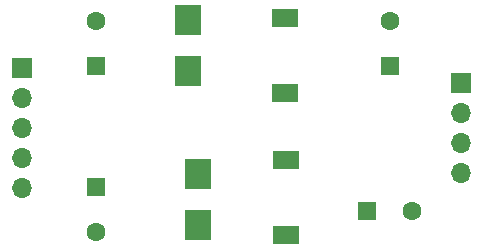
<source format=gbr>
G04 #@! TF.GenerationSoftware,KiCad,Pcbnew,(5.1.9)-1*
G04 #@! TF.CreationDate,2021-04-15T17:27:27+03:00*
G04 #@! TF.ProjectId,Cbc_power_supply_module,4362635f-706f-4776-9572-5f737570706c,rev?*
G04 #@! TF.SameCoordinates,Original*
G04 #@! TF.FileFunction,Soldermask,Top*
G04 #@! TF.FilePolarity,Negative*
%FSLAX46Y46*%
G04 Gerber Fmt 4.6, Leading zero omitted, Abs format (unit mm)*
G04 Created by KiCad (PCBNEW (5.1.9)-1) date 2021-04-15 17:27:27*
%MOMM*%
%LPD*%
G01*
G04 APERTURE LIST*
%ADD10O,1.700000X1.700000*%
%ADD11R,1.700000X1.700000*%
%ADD12R,2.200000X1.500000*%
%ADD13R,2.300000X2.500000*%
%ADD14C,1.600000*%
%ADD15R,1.600000X1.600000*%
G04 APERTURE END LIST*
D10*
X240474000Y-39560500D03*
X240474000Y-37020500D03*
X240474000Y-34480500D03*
D11*
X240474000Y-31940500D03*
D12*
X225552000Y-26366000D03*
X225552000Y-32766000D03*
D10*
X203264000Y-40767000D03*
X203264000Y-38227000D03*
X203264000Y-35687000D03*
X203264000Y-33147000D03*
D11*
X203264000Y-30607000D03*
D12*
X225679000Y-38392500D03*
X225679000Y-44792500D03*
D13*
X217360000Y-26606500D03*
X217360000Y-30906500D03*
X218186000Y-43933000D03*
X218186000Y-39633000D03*
D14*
X234442000Y-26680000D03*
D15*
X234442000Y-30480000D03*
D14*
X236337000Y-42735500D03*
D15*
X232537000Y-42735500D03*
D14*
X209550000Y-26680000D03*
D15*
X209550000Y-30480000D03*
D14*
X209550000Y-44503500D03*
D15*
X209550000Y-40703500D03*
M02*

</source>
